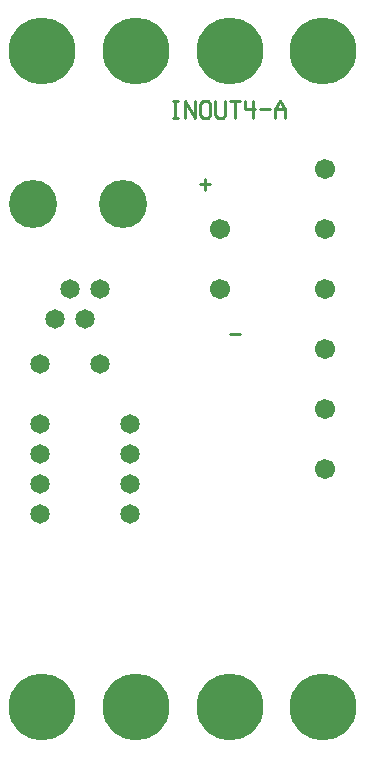
<source format=gtl>
%MOIN*%
%FSLAX25Y25*%
G04 D10 used for Character Trace; *
G04     Circle (OD=.01000) (No hole)*
G04 D11 used for Power Trace; *
G04     Circle (OD=.06700) (No hole)*
G04 D12 used for Signal Trace; *
G04     Circle (OD=.01100) (No hole)*
G04 D13 used for Via; *
G04     Circle (OD=.05800) (Round. Hole ID=.02800)*
G04 D14 used for Component hole; *
G04     Circle (OD=.06500) (Round. Hole ID=.03500)*
G04 D15 used for Component hole; *
G04     Circle (OD=.06700) (Round. Hole ID=.04300)*
G04 D16 used for Component hole; *
G04     Circle (OD=.08100) (Round. Hole ID=.05100)*
G04 D17 used for Component hole; *
G04     Circle (OD=.08900) (Round. Hole ID=.05900)*
G04 D18 used for Component hole; *
G04     Circle (OD=.11300) (Round. Hole ID=.08300)*
G04 D19 used for Component hole; *
G04     Circle (OD=.16000) (Round. Hole ID=.13000)*
G04 D20 used for Component hole; *
G04     Circle (OD=.18300) (Round. Hole ID=.15300)*
G04 D21 used for Component hole; *
G04     Circle (OD=.22291) (Round. Hole ID=.19291)*
%ADD10C,.01000*%
%ADD11C,.06700*%
%ADD12C,.01100*%
%ADD13C,.05800*%
%ADD14C,.06500*%
%ADD15C,.06700*%
%ADD16C,.08100*%
%ADD17C,.08900*%
%ADD18C,.11300*%
%ADD19C,.16000*%
%ADD20C,.18300*%
%ADD21C,.22291*%
%IPPOS*%
%LPD*%
G90*X0Y0D02*D21*X15625Y15625D03*X46875D03*D14*    
X45000Y80000D03*X15000D03*D21*X78125Y15625D03*D14*
X45000Y90000D03*X15000D03*X45000Y100000D03*       
X15000D03*X45000Y110000D03*X15000D03*D21*         
X109375Y15625D03*D15*X110000Y95000D03*Y115000D03* 
D14*X35000Y130000D03*X15000D03*D15*               
X110000Y135000D03*D10*X78326Y140000D02*X81674D01* 
D14*X30000Y145000D03*X20000D03*D15*               
X110000Y155000D03*X75000D03*D14*X35000D03*        
X25000D03*D15*X110000Y175000D03*X75000D03*D19*    
X42500Y183500D03*X12500D03*D10*X68326Y190000D02*  
X71674D01*X70000Y191914D02*Y188086D01*D15*        
X110000Y195000D03*D10*X60000Y212129D02*Y217871D01*
X59163Y212129D02*X60837D01*X59163Y217871D02*      
X60837D01*X63326Y212129D02*Y217871D01*            
X66674Y212129D01*Y217871D01*X71674Y213086D02*     
X70837Y212129D01*X69163D01*X68326Y213086D01*      
Y216914D01*X69163Y217871D01*X70837D01*            
X71674Y216914D01*Y213086D01*X76674Y217871D02*     
Y213086D01*X75837Y212129D01*X74163D01*            
X73326Y213086D01*Y217871D01*X80000Y212129D02*     
Y217871D01*X78326D02*X81674D01*X85837D02*         
Y212129D01*X83326Y217871D02*Y215000D01*X86674D01* 
X88326D02*X91674D01*X93326Y212129D02*Y215000D01*  
X95000Y217871D01*X96674Y215000D01*Y212129D01*     
X93326Y215000D02*X96674D01*D21*X109375Y234375D03* 
X78125D03*X46875D03*X15625D03*M02*                

</source>
